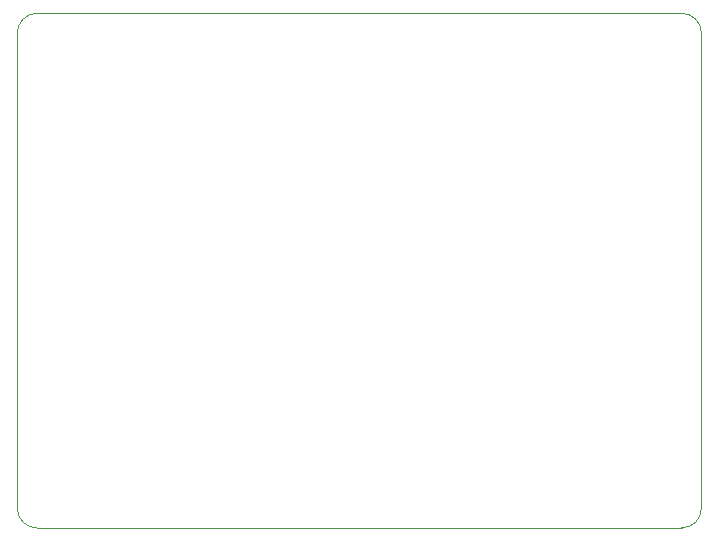
<source format=gbr>
%TF.GenerationSoftware,Altium Limited,Altium Designer,19.1.7 (138)*%
G04 Layer_Color=0*
%FSLAX45Y45*%
%MOMM*%
%TF.FileFunction,Profile,NP*%
%TF.Part,Single*%
G01*
G75*
%TA.AperFunction,Profile*%
%ADD104C,0.02540*%
D104*
X-20033Y144553D02*
G02*
X-20035Y144660I167533J2947D01*
G01*
X-20033Y144553D01*
D02*
G03*
X150142Y-20038I167533J2947D01*
G01*
D02*
G03*
X150340Y-20035I-2642J167538D01*
G01*
X150142Y-20038D01*
X5600000Y-20038D01*
D02*
G03*
X5603749Y-19684I0J20038D01*
G01*
D02*
G03*
X5607839Y-20036I3750J19684D01*
G01*
Y-20035D01*
D02*
G03*
X5772558Y147500I-2840J167535D01*
G01*
D02*
G03*
X5772537Y150190I-167559J0D01*
G01*
X5772538Y4172500D01*
D02*
G03*
X5772535Y4172840I-20038J0D01*
G01*
X5772535D01*
D02*
G03*
X5604359Y4337558I-167535J-2840D01*
G01*
Y4337558D01*
D02*
G03*
X5600000Y4338038I-4359J-19558D01*
G01*
X145000Y4338038D01*
D02*
G03*
X139939Y4337389I0J-20038D01*
G01*
D02*
G03*
X-20038Y4167358I7561J-167389D01*
G01*
D01*
X-20039Y145000D01*
D02*
G03*
X-20033Y144553I20038J0D01*
G01*
%TF.MD5,7783e7befda446b7c8429dccf6ff69a2*%
M02*

</source>
